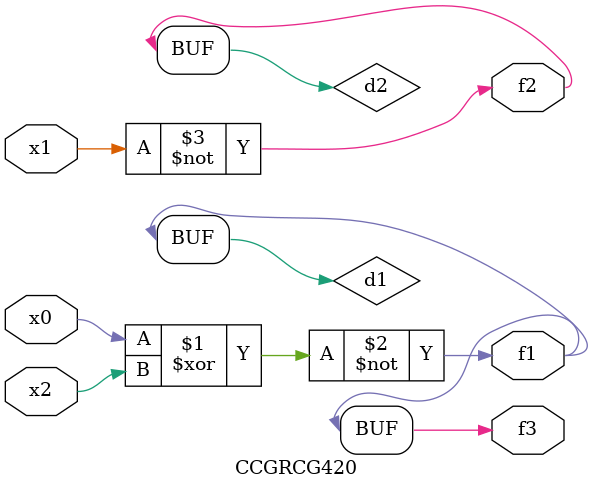
<source format=v>
module CCGRCG420(
	input x0, x1, x2,
	output f1, f2, f3
);

	wire d1, d2, d3;

	xnor (d1, x0, x2);
	nand (d2, x1);
	nor (d3, x1, x2);
	assign f1 = d1;
	assign f2 = d2;
	assign f3 = d1;
endmodule

</source>
